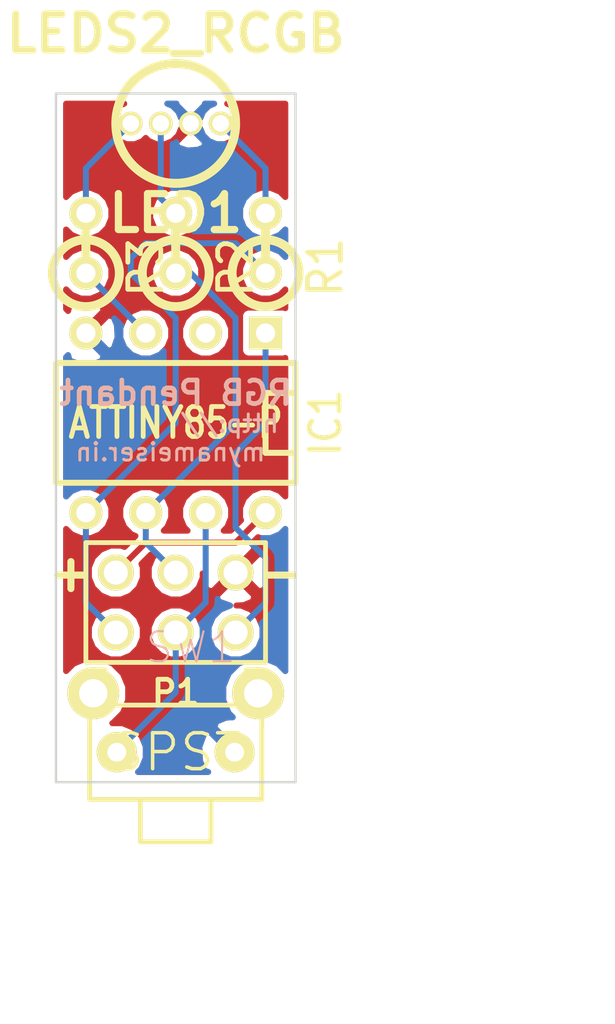
<source format=kicad_pcb>
(kicad_pcb (version 3) (host pcbnew "(2013-07-07 BZR 4022)-stable")

  (general
    (links 15)
    (no_connects 0)
    (area 41.926934 28.0416 72.440714 73.185)
    (thickness 1.6)
    (drawings 12)
    (tracks 36)
    (zones 0)
    (modules 7)
    (nets 11)
  )

  (page A3)
  (layers
    (15 F.Cu signal)
    (0 B.Cu signal)
    (16 B.Adhes user)
    (17 F.Adhes user)
    (18 B.Paste user)
    (19 F.Paste user)
    (20 B.SilkS user)
    (21 F.SilkS user)
    (22 B.Mask user)
    (23 F.Mask user)
    (24 Dwgs.User user)
    (25 Cmts.User user)
    (26 Eco1.User user)
    (27 Eco2.User user)
    (28 Edge.Cuts user)
  )

  (setup
    (last_trace_width 0.254)
    (trace_clearance 0.254)
    (zone_clearance 0.254)
    (zone_45_only no)
    (trace_min 0.254)
    (segment_width 0.2)
    (edge_width 0.1)
    (via_size 0.889)
    (via_drill 0.635)
    (via_min_size 0.889)
    (via_min_drill 0.508)
    (uvia_size 0.508)
    (uvia_drill 0.127)
    (uvias_allowed no)
    (uvia_min_size 0.508)
    (uvia_min_drill 0.127)
    (pcb_text_width 0.3)
    (pcb_text_size 1.5 1.5)
    (mod_edge_width 0.15)
    (mod_text_size 1 1)
    (mod_text_width 0.15)
    (pad_size 1.524 1.524)
    (pad_drill 1.016)
    (pad_to_mask_clearance 0)
    (aux_axis_origin 0 0)
    (visible_elements 7FFFFFFF)
    (pcbplotparams
      (layerselection 3178497)
      (usegerberextensions true)
      (excludeedgelayer true)
      (linewidth 0.150000)
      (plotframeref false)
      (viasonmask false)
      (mode 1)
      (useauxorigin false)
      (hpglpennumber 1)
      (hpglpenspeed 20)
      (hpglpendiameter 15)
      (hpglpenoverlay 2)
      (psnegative false)
      (psa4output false)
      (plotreference true)
      (plotvalue true)
      (plotothertext true)
      (plotinvisibletext false)
      (padsonsilk false)
      (subtractmaskfromsilk false)
      (outputformat 1)
      (mirror false)
      (drillshape 1)
      (scaleselection 1)
      (outputdirectory ""))
  )

  (net 0 "")
  (net 1 +3.3V)
  (net 2 /BLUE)
  (net 3 /MISO)
  (net 4 /MOSI)
  (net 5 /RESET)
  (net 6 /SCK)
  (net 7 GND)
  (net 8 N-0000010)
  (net 9 N-0000011)
  (net 10 N-000009)

  (net_class Default "This is the default net class."
    (clearance 0.254)
    (trace_width 0.254)
    (via_dia 0.889)
    (via_drill 0.635)
    (uvia_dia 0.508)
    (uvia_drill 0.127)
    (add_net "")
    (add_net +3.3V)
    (add_net /BLUE)
    (add_net /MISO)
    (add_net /MOSI)
    (add_net /RESET)
    (add_net /SCK)
    (add_net GND)
    (add_net N-0000010)
    (add_net N-0000011)
    (add_net N-000009)
  )

  (module SparkFun-Electromechanical-TACTILE-PTH-SIDE (layer F.Cu) (tedit 200000) (tstamp 54501FA2)
    (at 50.8 59.69)
    (path /544FE4C8)
    (attr virtual)
    (fp_text reference SW1 (at 0.635 -4.445) (layer B.SilkS)
      (effects (font (size 1.27 1.27) (thickness 0.0889)))
    )
    (fp_text value SPST (at 0 0) (layer F.SilkS)
      (effects (font (size 1.524 1.524) (thickness 0.15)))
    )
    (fp_line (start 1.4986 3.79984) (end -1.4986 3.79984) (layer F.SilkS) (width 0.2032))
    (fp_line (start -3.64998 1.99898) (end -3.64998 -3.49758) (layer F.SilkS) (width 0.2032))
    (fp_line (start -3.64998 -3.49758) (end -2.99974 -3.49758) (layer F.SilkS) (width 0.2032))
    (fp_line (start 2.99974 -3.49758) (end 3.64998 -3.49758) (layer F.SilkS) (width 0.2032))
    (fp_line (start 3.64998 -3.49758) (end 3.64998 1.99898) (layer F.SilkS) (width 0.2032))
    (fp_line (start -2.99974 -1.99898) (end 2.99974 -1.99898) (layer F.SilkS) (width 0.2032))
    (fp_line (start -2.99974 -1.99898) (end -2.99974 -3.49758) (layer F.SilkS) (width 0.2032))
    (fp_line (start 2.99974 -1.99898) (end 2.99974 -3.49758) (layer F.SilkS) (width 0.2032))
    (fp_line (start -3.64998 1.99898) (end -1.4986 1.99898) (layer F.SilkS) (width 0.2032))
    (fp_line (start -1.4986 1.99898) (end 1.4986 1.99898) (layer F.SilkS) (width 0.2032))
    (fp_line (start 1.4986 1.99898) (end 3.64998 1.99898) (layer F.SilkS) (width 0.2032))
    (fp_line (start 1.4986 1.99898) (end 1.4986 3.79984) (layer F.SilkS) (width 0.2032))
    (fp_line (start -1.4986 1.99898) (end -1.4986 3.79984) (layer F.SilkS) (width 0.2032))
    (fp_line (start -3.64998 -0.99822) (end -3.64998 1.99898) (layer F.SilkS) (width 0.2032))
    (fp_line (start -3.64998 1.99898) (end 3.64998 1.99898) (layer F.SilkS) (width 0.2032))
    (fp_line (start 3.64998 1.99898) (end 3.64998 -0.99822) (layer F.SilkS) (width 0.2032))
    (fp_line (start 1.99898 -1.99898) (end -1.99898 -1.99898) (layer F.SilkS) (width 0.2032))
    (pad 1 thru_hole circle (at -2.49936 0) (size 1.69926 1.69926) (drill 0.79756)
      (layers *.Cu F.Paste F.SilkS F.Mask)
      (net 6 /SCK)
    )
    (pad 2 thru_hole circle (at 2.49936 0) (size 1.69926 1.69926) (drill 0.79756)
      (layers *.Cu F.Paste F.SilkS F.Mask)
      (net 7 GND)
    )
    (pad ANCH thru_hole circle (at -3.49758 -2.49936) (size 2.19964 2.19964) (drill 1.19888)
      (layers *.Cu F.Paste F.SilkS F.Mask)
    )
    (pad ANCH thru_hole circle (at 3.49758 -2.49936) (size 2.19964 2.19964) (drill 1.19888)
      (layers *.Cu F.Paste F.SilkS F.Mask)
    )
  )

  (module R1 (layer F.Cu) (tedit 200000) (tstamp 54501FAA)
    (at 54.61 38.1 90)
    (descr "Resistance verticale")
    (tags R)
    (path /544FE2B8)
    (autoplace_cost90 10)
    (autoplace_cost180 10)
    (fp_text reference R1 (at -1.016 2.54 90) (layer F.SilkS)
      (effects (font (size 1.397 1.27) (thickness 0.2032)))
    )
    (fp_text value R (at -1.143 2.54 90) (layer F.SilkS) hide
      (effects (font (size 1.397 1.27) (thickness 0.2032)))
    )
    (fp_line (start -1.27 0) (end 1.27 0) (layer F.SilkS) (width 0.381))
    (fp_circle (center -1.27 0) (end -0.635 1.27) (layer F.SilkS) (width 0.381))
    (pad 1 thru_hole circle (at -1.27 0 90) (size 1.397 1.397) (drill 0.8128)
      (layers *.Cu *.Mask F.SilkS)
      (net 4 /MOSI)
    )
    (pad 2 thru_hole circle (at 1.27 0 90) (size 1.397 1.397) (drill 0.8128)
      (layers *.Cu *.Mask F.SilkS)
      (net 10 N-000009)
    )
    (model discret/verti_resistor.wrl
      (at (xyz 0 0 0))
      (scale (xyz 1 1 1))
      (rotate (xyz 0 0 0))
    )
  )

  (module R1 (layer F.Cu) (tedit 200000) (tstamp 54501FB2)
    (at 50.8 38.1 90)
    (descr "Resistance verticale")
    (tags R)
    (path /544FE2C7)
    (autoplace_cost90 10)
    (autoplace_cost180 10)
    (fp_text reference R2 (at -1.016 2.54 90) (layer F.SilkS)
      (effects (font (size 1.397 1.27) (thickness 0.2032)))
    )
    (fp_text value R (at -1.143 2.54 90) (layer F.SilkS) hide
      (effects (font (size 1.397 1.27) (thickness 0.2032)))
    )
    (fp_line (start -1.27 0) (end 1.27 0) (layer F.SilkS) (width 0.381))
    (fp_circle (center -1.27 0) (end -0.635 1.27) (layer F.SilkS) (width 0.381))
    (pad 1 thru_hole circle (at -1.27 0 90) (size 1.397 1.397) (drill 0.8128)
      (layers *.Cu *.Mask F.SilkS)
      (net 3 /MISO)
    )
    (pad 2 thru_hole circle (at 1.27 0 90) (size 1.397 1.397) (drill 0.8128)
      (layers *.Cu *.Mask F.SilkS)
      (net 9 N-0000011)
    )
    (model discret/verti_resistor.wrl
      (at (xyz 0 0 0))
      (scale (xyz 1 1 1))
      (rotate (xyz 0 0 0))
    )
  )

  (module R1 (layer F.Cu) (tedit 200000) (tstamp 54501FBA)
    (at 46.99 38.1 90)
    (descr "Resistance verticale")
    (tags R)
    (path /544FE2DB)
    (autoplace_cost90 10)
    (autoplace_cost180 10)
    (fp_text reference R3 (at -1.016 2.54 90) (layer F.SilkS)
      (effects (font (size 1.397 1.27) (thickness 0.2032)))
    )
    (fp_text value R (at -1.143 2.54 90) (layer F.SilkS) hide
      (effects (font (size 1.397 1.27) (thickness 0.2032)))
    )
    (fp_line (start -1.27 0) (end 1.27 0) (layer F.SilkS) (width 0.381))
    (fp_circle (center -1.27 0) (end -0.635 1.27) (layer F.SilkS) (width 0.381))
    (pad 1 thru_hole circle (at -1.27 0 90) (size 1.397 1.397) (drill 0.8128)
      (layers *.Cu *.Mask F.SilkS)
      (net 2 /BLUE)
    )
    (pad 2 thru_hole circle (at 1.27 0 90) (size 1.397 1.397) (drill 0.8128)
      (layers *.Cu *.Mask F.SilkS)
      (net 8 N-0000010)
    )
    (model discret/verti_resistor.wrl
      (at (xyz 0 0 0))
      (scale (xyz 1 1 1))
      (rotate (xyz 0 0 0))
    )
  )

  (module pin_array_3x2 (layer F.Cu) (tedit 545EDDCD) (tstamp 54501FC8)
    (at 50.8 53.34 180)
    (descr "Double rangee de contacts 2 x 4 pins")
    (tags CONN)
    (path /544FE40B)
    (fp_text reference P1 (at 0 -3.81 180) (layer F.SilkS)
      (effects (font (size 1.016 1.016) (thickness 0.2032)))
    )
    (fp_text value CONN_3X2 (at 0 3.81 180) (layer F.SilkS) hide
      (effects (font (size 1.016 1.016) (thickness 0.2032)))
    )
    (fp_line (start 3.81 2.54) (end -3.81 2.54) (layer F.SilkS) (width 0.2032))
    (fp_line (start -3.81 -2.54) (end 3.81 -2.54) (layer F.SilkS) (width 0.2032))
    (fp_line (start 3.81 -2.54) (end 3.81 2.54) (layer F.SilkS) (width 0.2032))
    (fp_line (start -3.81 2.54) (end -3.81 -2.54) (layer F.SilkS) (width 0.2032))
    (pad 1 thru_hole circle (at -2.54 1.27 180) (size 1.524 1.524) (drill 1.016)
      (layers *.Cu *.Mask F.SilkS)
      (net 7 GND)
    )
    (pad 2 thru_hole circle (at -2.54 -1.27 180) (size 1.524 1.524) (drill 1.016)
      (layers *.Cu *.Mask F.SilkS)
      (net 5 /RESET)
    )
    (pad 3 thru_hole circle (at 0 1.27 180) (size 1.524 1.524) (drill 1.016)
      (layers *.Cu *.Mask F.SilkS)
      (net 3 /MISO)
    )
    (pad 4 thru_hole circle (at 0 -1.27 180) (size 1.524 1.524) (drill 1.016)
      (layers *.Cu *.Mask F.SilkS)
      (net 6 /SCK)
    )
    (pad 5 thru_hole circle (at 2.54 1.27 180) (size 1.524 1.524) (drill 1.016)
      (layers *.Cu *.Mask F.SilkS)
      (net 1 +3.3V)
    )
    (pad 6 thru_hole circle (at 2.54 -1.27 180) (size 1.524 1.524) (drill 1.016)
      (layers *.Cu *.Mask F.SilkS)
      (net 4 /MOSI)
    )
    (model pin_array/pins_array_3x2.wrl
      (at (xyz 0 0 0))
      (scale (xyz 1 1 1))
      (rotate (xyz 0 0 0))
    )
  )

  (module LED5_RGB (layer F.Cu) (tedit 4C040376) (tstamp 54501FD1)
    (at 50.8 33.02 180)
    (path /544FE22A)
    (fp_text reference LED1 (at 0 -3.81 180) (layer F.SilkS)
      (effects (font (size 1.524 1.524) (thickness 0.3048)))
    )
    (fp_text value LEDS2_RCGB (at 0 3.81 180) (layer F.SilkS)
      (effects (font (size 1.524 1.524) (thickness 0.3048)))
    )
    (fp_circle (center 0 0) (end 2.54 0) (layer F.SilkS) (width 0.381))
    (pad 1 thru_hole circle (at -1.905 0 180) (size 1.00076 1.00076) (drill 0.70104)
      (layers *.Cu *.Mask F.SilkS)
      (net 10 N-000009)
    )
    (pad 2 thru_hole circle (at -0.635 0 180) (size 1.00076 1.00076) (drill 0.70104)
      (layers *.Cu *.Mask F.SilkS)
      (net 7 GND)
    )
    (pad 3 thru_hole circle (at 0.635 0 180) (size 1.00076 1.00076) (drill 0.70104)
      (layers *.Cu *.Mask F.SilkS)
      (net 9 N-0000011)
    )
    (pad 4 thru_hole circle (at 1.905 0 180) (size 1.00076 1.00076) (drill 0.70104)
      (layers *.Cu *.Mask F.SilkS)
      (net 8 N-0000010)
    )
    (model userlibs/libraries/packages3d/led5_RGB_vertical-short.wrl
      (at (xyz 0 0 0))
      (scale (xyz 1 1 1))
      (rotate (xyz 0 0 180))
    )
  )

  (module DIP-8__300 (layer F.Cu) (tedit 545EDCBF) (tstamp 54501FE4)
    (at 50.8 45.72 180)
    (descr "8 pins DIL package, round pads")
    (tags DIL)
    (path /544FDC2F)
    (fp_text reference IC1 (at -6.35 0 270) (layer F.SilkS)
      (effects (font (size 1.27 1.143) (thickness 0.2032)))
    )
    (fp_text value ATTINY85-P (at 0 0 180) (layer F.SilkS)
      (effects (font (size 1.27 1.016) (thickness 0.2032)))
    )
    (fp_line (start -5.08 -1.27) (end -3.81 -1.27) (layer F.SilkS) (width 0.254))
    (fp_line (start -3.81 -1.27) (end -3.81 1.27) (layer F.SilkS) (width 0.254))
    (fp_line (start -3.81 1.27) (end -5.08 1.27) (layer F.SilkS) (width 0.254))
    (fp_line (start -5.08 -2.54) (end 5.08 -2.54) (layer F.SilkS) (width 0.254))
    (fp_line (start 5.08 -2.54) (end 5.08 2.54) (layer F.SilkS) (width 0.254))
    (fp_line (start 5.08 2.54) (end -5.08 2.54) (layer F.SilkS) (width 0.254))
    (fp_line (start -5.08 2.54) (end -5.08 -2.54) (layer F.SilkS) (width 0.254))
    (pad 1 thru_hole rect (at -3.81 3.81 180) (size 1.397 1.397) (drill 0.8128)
      (layers *.Cu *.Mask F.SilkS)
      (net 5 /RESET)
    )
    (pad 2 thru_hole circle (at -1.27 3.81 180) (size 1.397 1.397) (drill 0.8128)
      (layers *.Cu *.Mask F.SilkS)
    )
    (pad 3 thru_hole circle (at 1.27 3.81 180) (size 1.397 1.397) (drill 0.8128)
      (layers *.Cu *.Mask F.SilkS)
      (net 2 /BLUE)
    )
    (pad 4 thru_hole circle (at 3.81 3.81 180) (size 1.397 1.397) (drill 0.8128)
      (layers *.Cu *.Mask F.SilkS)
      (net 7 GND)
    )
    (pad 5 thru_hole circle (at 3.81 -3.81 180) (size 1.397 1.397) (drill 0.8128)
      (layers *.Cu *.Mask F.SilkS)
      (net 4 /MOSI)
    )
    (pad 6 thru_hole circle (at 1.27 -3.81 180) (size 1.397 1.397) (drill 0.8128)
      (layers *.Cu *.Mask F.SilkS)
      (net 3 /MISO)
    )
    (pad 7 thru_hole circle (at -1.27 -3.81 180) (size 1.397 1.397) (drill 0.8128)
      (layers *.Cu *.Mask F.SilkS)
      (net 6 /SCK)
    )
    (pad 8 thru_hole circle (at -3.81 -3.81 180) (size 1.397 1.397) (drill 0.8128)
      (layers *.Cu *.Mask F.SilkS)
      (net 1 +3.3V)
    )
    (model dil/dil_8.wrl
      (at (xyz 0 0 0))
      (scale (xyz 1 1 1))
      (rotate (xyz 0 0 0))
    )
  )

  (gr_text "http://\n mynameiser.in" (at 55.245 46.355) (layer B.SilkS)
    (effects (font (size 0.75 0.75) (thickness 0.125)) (justify left mirror))
  )
  (gr_text "RGB Pendant" (at 50.8 44.45) (layer B.SilkS)
    (effects (font (size 1 1) (thickness 0.2)) (justify mirror))
  )
  (gr_text - (at 55.245 52.07) (layer F.SilkS)
    (effects (font (size 1.5 1.5) (thickness 0.3)))
  )
  (gr_text + (at 46.355 52.07) (layer F.SilkS)
    (effects (font (size 1.5 1.5) (thickness 0.3)))
  )
  (dimension 10.16 (width 0.3) (layer Dwgs.User)
    (gr_text "0.4000 in" (at 50.8 71.834999) (layer Dwgs.User)
      (effects (font (size 1.5 1.5) (thickness 0.3)))
    )
    (feature1 (pts (xy 55.88 67.945) (xy 55.88 73.184999)))
    (feature2 (pts (xy 45.72 67.945) (xy 45.72 73.184999)))
    (crossbar (pts (xy 45.72 70.484999) (xy 55.88 70.484999)))
    (arrow1a (pts (xy 55.88 70.484999) (xy 54.753497 71.071419)))
    (arrow1b (pts (xy 55.88 70.484999) (xy 54.753497 69.898579)))
    (arrow2a (pts (xy 45.72 70.484999) (xy 46.846503 71.071419)))
    (arrow2b (pts (xy 45.72 70.484999) (xy 46.846503 69.898579)))
  )
  (dimension 29.21 (width 0.3) (layer Dwgs.User)
    (gr_text "1.1500 in" (at 66.754999 46.355 270) (layer Dwgs.User)
      (effects (font (size 1.5 1.5) (thickness 0.3)))
    )
    (feature1 (pts (xy 63.5 60.96) (xy 68.104999 60.96)))
    (feature2 (pts (xy 63.5 31.75) (xy 68.104999 31.75)))
    (crossbar (pts (xy 65.404999 31.75) (xy 65.404999 60.96)))
    (arrow1a (pts (xy 65.404999 60.96) (xy 64.818579 59.833497)))
    (arrow1b (pts (xy 65.404999 60.96) (xy 65.991419 59.833497)))
    (arrow2a (pts (xy 65.404999 31.75) (xy 64.818579 32.876503)))
    (arrow2b (pts (xy 65.404999 31.75) (xy 65.991419 32.876503)))
  )
  (gr_line (start 45.72 31.75) (end 45.72 60.96) (angle 90) (layer Edge.Cuts) (width 0.1))
  (gr_line (start 55.88 31.75) (end 45.72 31.75) (angle 90) (layer Edge.Cuts) (width 0.1))
  (gr_line (start 55.88 60.96) (end 55.88 31.75) (angle 90) (layer Edge.Cuts) (width 0.1))
  (gr_line (start 45.72 60.96) (end 55.88 60.96) (angle 90) (layer Edge.Cuts) (width 0.1))
  (dimension 10.16 (width 0.3) (layer Dwgs.User)
    (gr_text "10.160 mm" (at 50.8 66.754999) (layer Dwgs.User)
      (effects (font (size 1.5 1.5) (thickness 0.3)))
    )
    (feature1 (pts (xy 45.72 63.5) (xy 45.72 68.104999)))
    (feature2 (pts (xy 55.88 63.5) (xy 55.88 68.104999)))
    (crossbar (pts (xy 55.88 65.404999) (xy 45.72 65.404999)))
    (arrow1a (pts (xy 45.72 65.404999) (xy 46.846503 64.818579)))
    (arrow1b (pts (xy 45.72 65.404999) (xy 46.846503 65.991419)))
    (arrow2a (pts (xy 55.88 65.404999) (xy 54.753497 64.818579)))
    (arrow2b (pts (xy 55.88 65.404999) (xy 54.753497 65.991419)))
  )
  (dimension 29.21 (width 0.3) (layer Dwgs.User)
    (gr_text "29.210 mm" (at 62.309999 46.355 270) (layer Dwgs.User)
      (effects (font (size 1.5 1.5) (thickness 0.3)))
    )
    (feature1 (pts (xy 58.42 60.96) (xy 63.659999 60.96)))
    (feature2 (pts (xy 58.42 31.75) (xy 63.659999 31.75)))
    (crossbar (pts (xy 60.959999 31.75) (xy 60.959999 60.96)))
    (arrow1a (pts (xy 60.959999 60.96) (xy 60.373579 59.833497)))
    (arrow1b (pts (xy 60.959999 60.96) (xy 61.546419 59.833497)))
    (arrow2a (pts (xy 60.959999 31.75) (xy 60.373579 32.876503)))
    (arrow2b (pts (xy 60.959999 31.75) (xy 61.546419 32.876503)))
  )

  (segment (start 54.61 49.53) (end 53.34 50.8) (width 0.254) (layer F.Cu) (net 1))
  (segment (start 49.53 50.8) (end 53.34 50.8) (width 0.254) (layer F.Cu) (net 1) (tstamp 545EDE15))
  (segment (start 49.53 50.8) (end 48.26 52.07) (width 0.254) (layer F.Cu) (net 1))
  (segment (start 49.53 41.91) (end 46.99 39.37) (width 0.254) (layer B.Cu) (net 2))
  (segment (start 49.53 49.53) (end 49.53 50.8) (width 0.254) (layer B.Cu) (net 3))
  (segment (start 49.53 50.8) (end 50.8 52.07) (width 0.254) (layer B.Cu) (net 3) (tstamp 545EDDFD))
  (segment (start 50.8 39.37) (end 51.435 39.37) (width 0.254) (layer B.Cu) (net 3))
  (segment (start 53.34 45.72) (end 49.53 49.53) (width 0.254) (layer B.Cu) (net 3) (tstamp 545EDDF7))
  (segment (start 53.34 41.275) (end 53.34 45.72) (width 0.254) (layer B.Cu) (net 3) (tstamp 545EDDEE))
  (segment (start 51.435 39.37) (end 53.34 41.275) (width 0.254) (layer B.Cu) (net 3) (tstamp 545EDDEA))
  (segment (start 48.26 54.61) (end 46.99 53.34) (width 0.254) (layer B.Cu) (net 4))
  (segment (start 46.99 53.34) (end 46.99 49.53) (width 0.254) (layer B.Cu) (net 4) (tstamp 545EDD12))
  (segment (start 46.99 49.53) (end 50.8 45.72) (width 0.254) (layer B.Cu) (net 4) (tstamp 545EDD13))
  (segment (start 50.8 45.72) (end 50.8 41.275) (width 0.254) (layer B.Cu) (net 4) (tstamp 545EDD14))
  (segment (start 50.8 41.275) (end 48.895 39.37) (width 0.254) (layer B.Cu) (net 4) (tstamp 545EDD1E))
  (segment (start 48.895 39.37) (end 48.895 38.735) (width 0.254) (layer B.Cu) (net 4) (tstamp 545EDD4F))
  (segment (start 48.895 38.735) (end 49.53 38.1) (width 0.254) (layer B.Cu) (net 4) (tstamp 545EDD51))
  (segment (start 49.53 38.1) (end 53.34 38.1) (width 0.254) (layer B.Cu) (net 4) (tstamp 545EDD5A))
  (segment (start 53.34 38.1) (end 54.61 39.37) (width 0.254) (layer B.Cu) (net 4) (tstamp 545EDD62))
  (segment (start 53.34 54.61) (end 54.61 53.34) (width 0.254) (layer B.Cu) (net 5))
  (segment (start 54.61 45.72) (end 54.61 41.91) (width 0.254) (layer B.Cu) (net 5) (tstamp 545EDDE4))
  (segment (start 53.34 46.99) (end 54.61 45.72) (width 0.254) (layer B.Cu) (net 5) (tstamp 545EDDDE))
  (segment (start 53.34 50.165) (end 53.34 46.99) (width 0.254) (layer B.Cu) (net 5) (tstamp 545EDDDC))
  (segment (start 54.61 51.435) (end 53.34 50.165) (width 0.254) (layer B.Cu) (net 5) (tstamp 545EDDDB))
  (segment (start 54.61 53.34) (end 54.61 51.435) (width 0.254) (layer B.Cu) (net 5) (tstamp 545EDDDA))
  (segment (start 48.30064 59.69) (end 48.30064 59.64936) (width 0.254) (layer B.Cu) (net 6))
  (segment (start 50.8 57.15) (end 50.8 54.61) (width 0.254) (layer B.Cu) (net 6) (tstamp 545EDD8E))
  (segment (start 48.30064 59.64936) (end 50.8 57.15) (width 0.254) (layer B.Cu) (net 6) (tstamp 545EDD84))
  (segment (start 50.8 54.61) (end 52.07 53.34) (width 0.254) (layer B.Cu) (net 6) (tstamp 545EDD91))
  (segment (start 52.07 53.34) (end 52.07 49.53) (width 0.254) (layer B.Cu) (net 6) (tstamp 545EDD98))
  (segment (start 46.99 36.83) (end 46.99 34.925) (width 0.254) (layer B.Cu) (net 8))
  (segment (start 46.99 34.925) (end 48.895 33.02) (width 0.254) (layer B.Cu) (net 8) (tstamp 545EDD72))
  (segment (start 50.8 36.83) (end 50.165 36.195) (width 0.254) (layer B.Cu) (net 9))
  (segment (start 50.165 36.195) (end 50.165 33.02) (width 0.254) (layer B.Cu) (net 9) (tstamp 545EDD7C))
  (segment (start 54.61 36.83) (end 54.61 34.925) (width 0.254) (layer B.Cu) (net 10))
  (segment (start 54.61 34.925) (end 52.705 33.02) (width 0.254) (layer B.Cu) (net 10) (tstamp 545EDD78))

  (zone (net 7) (net_name GND) (layer F.Cu) (tstamp 5450269F) (hatch edge 0.508)
    (connect_pads (clearance 0.254))
    (min_thickness 0.254)
    (fill (arc_segments 16) (thermal_gap 0.508) (thermal_bridge_width 0.508))
    (polygon
      (pts
        (xy 45.72 31.75) (xy 55.88 31.75) (xy 55.88 60.96) (xy 45.72 60.96)
      )
    )
    (filled_polygon
      (pts
        (xy 55.449 56.248047) (xy 55.137492 55.935995) (xy 54.749143 55.774738) (xy 54.749143 52.277696) (xy 54.72136 51.722631)
        (xy 54.562396 51.338858) (xy 54.320212 51.269393) (xy 53.519605 52.07) (xy 54.320212 52.870607) (xy 54.562396 52.801142)
        (xy 54.749143 52.277696) (xy 54.749143 55.774738) (xy 54.593425 55.710079) (xy 54.483197 55.709982) (xy 54.483197 54.383641)
        (xy 54.309553 53.963389) (xy 53.988302 53.641577) (xy 53.568354 53.4672) (xy 53.374293 53.46703) (xy 53.687369 53.45136)
        (xy 54.071142 53.292396) (xy 54.140607 53.050212) (xy 53.34 52.249605) (xy 52.539393 53.050212) (xy 52.608858 53.292396)
        (xy 53.106261 53.469852) (xy 52.693389 53.640447) (xy 52.371577 53.961698) (xy 52.1972 54.381646) (xy 52.196803 54.836359)
        (xy 52.370447 55.256611) (xy 52.691698 55.578423) (xy 53.111646 55.7528) (xy 53.566359 55.753197) (xy 53.986611 55.579553)
        (xy 54.308423 55.258302) (xy 54.4828 54.838354) (xy 54.483197 54.383641) (xy 54.483197 55.709982) (xy 54.004319 55.709564)
        (xy 53.459859 55.934531) (xy 53.042935 56.350728) (xy 52.817019 56.894795) (xy 52.816504 57.483901) (xy 53.041471 58.028361)
        (xy 53.220224 58.207427) (xy 52.937961 58.220061) (xy 52.515504 58.395048) (xy 52.435276 58.64631) (xy 53.29936 59.510395)
        (xy 53.313502 59.496252) (xy 53.493107 59.675857) (xy 53.478965 59.69) (xy 53.493107 59.704142) (xy 53.313502 59.883747)
        (xy 53.29936 59.869605) (xy 53.285217 59.883747) (xy 53.105612 59.704142) (xy 53.119755 59.69) (xy 52.25567 58.825916)
        (xy 52.004408 58.906144) (xy 51.943197 59.074895) (xy 51.943197 54.383641) (xy 51.769553 53.963389) (xy 51.448302 53.641577)
        (xy 51.028354 53.4672) (xy 50.573641 53.466803) (xy 50.153389 53.640447) (xy 49.831577 53.961698) (xy 49.6572 54.381646)
        (xy 49.656803 54.836359) (xy 49.830447 55.256611) (xy 50.151698 55.578423) (xy 50.571646 55.7528) (xy 51.026359 55.753197)
        (xy 51.446611 55.579553) (xy 51.768423 55.258302) (xy 51.9428 54.838354) (xy 51.943197 54.383641) (xy 51.943197 59.074895)
        (xy 51.803012 59.461368) (xy 51.829421 60.051399) (xy 52.004408 60.473856) (xy 52.17711 60.529) (xy 49.202068 60.529)
        (xy 49.343309 60.388006) (xy 49.531055 59.935861) (xy 49.531483 59.446287) (xy 49.403197 59.135811) (xy 49.403197 54.383641)
        (xy 49.229553 53.963389) (xy 48.908302 53.641577) (xy 48.488354 53.4672) (xy 48.033641 53.466803) (xy 47.613389 53.640447)
        (xy 47.291577 53.961698) (xy 47.1172 54.381646) (xy 47.116803 54.836359) (xy 47.290447 55.256611) (xy 47.611698 55.578423)
        (xy 48.031646 55.7528) (xy 48.486359 55.753197) (xy 48.906611 55.579553) (xy 49.228423 55.258302) (xy 49.4028 54.838354)
        (xy 49.403197 54.383641) (xy 49.403197 59.135811) (xy 49.344525 58.993815) (xy 48.998646 58.647331) (xy 48.546501 58.459585)
        (xy 48.109999 58.459203) (xy 48.140141 58.446749) (xy 48.557065 58.030552) (xy 48.782981 57.486485) (xy 48.783496 56.897379)
        (xy 48.558529 56.352919) (xy 48.142332 55.935995) (xy 47.598265 55.710079) (xy 47.009159 55.709564) (xy 46.464699 55.934531)
        (xy 46.151 56.247682) (xy 46.151 50.21751) (xy 46.377714 50.444621) (xy 46.774332 50.609312) (xy 47.203784 50.609686)
        (xy 47.600688 50.445689) (xy 47.904621 50.142286) (xy 48.069312 49.745668) (xy 48.069686 49.316216) (xy 47.905689 48.919312)
        (xy 47.744581 48.757922) (xy 47.602286 48.615379) (xy 47.205668 48.450688) (xy 46.776216 48.450314) (xy 46.379312 48.614311)
        (xy 46.151 48.842224) (xy 46.151 42.928608) (xy 46.235419 42.844188) (xy 46.297072 43.079798) (xy 46.79748 43.255924)
        (xy 47.327198 43.227146) (xy 47.682928 43.079798) (xy 47.744581 42.844186) (xy 46.99 42.089605) (xy 46.975857 42.103747)
        (xy 46.796252 41.924142) (xy 46.810395 41.91) (xy 46.796252 41.895857) (xy 46.975857 41.716252) (xy 46.99 41.730395)
        (xy 47.744581 40.975814) (xy 47.682928 40.740202) (xy 47.18252 40.564076) (xy 46.652802 40.592854) (xy 46.297072 40.740202)
        (xy 46.235419 40.975811) (xy 46.151 40.891392) (xy 46.151 40.05751) (xy 46.377714 40.284621) (xy 46.774332 40.449312)
        (xy 47.203784 40.449686) (xy 47.600688 40.285689) (xy 47.904621 39.982286) (xy 48.069312 39.585668) (xy 48.069686 39.156216)
        (xy 47.905689 38.759312) (xy 47.602286 38.455379) (xy 47.205668 38.290688) (xy 46.776216 38.290314) (xy 46.379312 38.454311)
        (xy 46.151 38.682224) (xy 46.151 37.51751) (xy 46.377714 37.744621) (xy 46.774332 37.909312) (xy 47.203784 37.909686)
        (xy 47.600688 37.745689) (xy 47.904621 37.442286) (xy 48.069312 37.045668) (xy 48.069686 36.616216) (xy 47.905689 36.219312)
        (xy 47.602286 35.915379) (xy 47.205668 35.750688) (xy 46.776216 35.750314) (xy 46.379312 35.914311) (xy 46.151 36.142224)
        (xy 46.151 32.181) (xy 48.617516 32.181) (xy 48.396391 32.272367) (xy 48.148238 32.520087) (xy 48.013774 32.843914)
        (xy 48.013468 33.194548) (xy 48.147367 33.518609) (xy 48.395087 33.766762) (xy 48.718914 33.901226) (xy 49.069548 33.901532)
        (xy 49.393609 33.767633) (xy 49.53002 33.631459) (xy 49.665087 33.766762) (xy 49.988914 33.901226) (xy 50.339548 33.901532)
        (xy 50.663609 33.767633) (xy 50.911762 33.519913) (xy 51.022734 33.25266) (xy 51.255395 33.02) (xy 51.022369 32.786974)
        (xy 50.912633 32.521391) (xy 50.664913 32.273238) (xy 50.442778 32.181) (xy 50.832629 32.181) (xy 50.824225 32.22962)
        (xy 51.435 32.840395) (xy 52.045775 32.22962) (xy 52.03737 32.181) (xy 52.427516 32.181) (xy 52.206391 32.272367)
        (xy 51.958238 32.520087) (xy 51.847265 32.787339) (xy 51.614605 33.02) (xy 51.84763 33.253025) (xy 51.957367 33.518609)
        (xy 52.205087 33.766762) (xy 52.528914 33.901226) (xy 52.879548 33.901532) (xy 53.203609 33.767633) (xy 53.451762 33.519913)
        (xy 53.586226 33.196086) (xy 53.586532 32.845452) (xy 53.452633 32.521391) (xy 53.204913 32.273238) (xy 52.982778 32.181)
        (xy 55.449 32.181) (xy 55.449 36.142489) (xy 55.222286 35.915379) (xy 54.825668 35.750688) (xy 54.396216 35.750314)
        (xy 53.999312 35.914311) (xy 53.695379 36.217714) (xy 53.530688 36.614332) (xy 53.530314 37.043784) (xy 53.694311 37.440688)
        (xy 53.997714 37.744621) (xy 54.394332 37.909312) (xy 54.823784 37.909686) (xy 55.220688 37.745689) (xy 55.449 37.517775)
        (xy 55.449 38.682489) (xy 55.222286 38.455379) (xy 54.825668 38.290688) (xy 54.396216 38.290314) (xy 53.999312 38.454311)
        (xy 53.695379 38.757714) (xy 53.530688 39.154332) (xy 53.530314 39.583784) (xy 53.694311 39.980688) (xy 53.997714 40.284621)
        (xy 54.394332 40.449312) (xy 54.823784 40.449686) (xy 55.220688 40.285689) (xy 55.449 40.057775) (xy 55.449 40.857299)
        (xy 55.384618 40.830566) (xy 55.233047 40.830434) (xy 53.836047 40.830434) (xy 53.695963 40.888316) (xy 53.588692 40.995399)
        (xy 53.530566 41.135382) (xy 53.530434 41.286953) (xy 53.530434 42.683953) (xy 53.588316 42.824037) (xy 53.695399 42.931308)
        (xy 53.835382 42.989434) (xy 53.986953 42.989566) (xy 55.383953 42.989566) (xy 55.449 42.962688) (xy 55.449 48.842489)
        (xy 55.222286 48.615379) (xy 54.825668 48.450688) (xy 54.396216 48.450314) (xy 53.999312 48.614311) (xy 53.695379 48.917714)
        (xy 53.530688 49.314332) (xy 53.530314 49.743784) (xy 53.573434 49.848145) (xy 53.12958 50.292) (xy 52.834645 50.292)
        (xy 52.984621 50.142286) (xy 53.149312 49.745668) (xy 53.149686 49.316216) (xy 53.149686 41.696216) (xy 52.985689 41.299312)
        (xy 52.682286 40.995379) (xy 52.285668 40.830688) (xy 52.045775 40.830479) (xy 52.045775 33.81038) (xy 51.435 33.199605)
        (xy 50.824225 33.81038) (xy 50.861418 34.025532) (xy 51.28988 34.168491) (xy 51.740435 34.136602) (xy 52.008582 34.025532)
        (xy 52.045775 33.81038) (xy 52.045775 40.830479) (xy 51.879686 40.830334) (xy 51.879686 39.156216) (xy 51.879686 36.616216)
        (xy 51.715689 36.219312) (xy 51.412286 35.915379) (xy 51.015668 35.750688) (xy 50.586216 35.750314) (xy 50.189312 35.914311)
        (xy 49.885379 36.217714) (xy 49.720688 36.614332) (xy 49.720314 37.043784) (xy 49.884311 37.440688) (xy 50.187714 37.744621)
        (xy 50.584332 37.909312) (xy 51.013784 37.909686) (xy 51.410688 37.745689) (xy 51.714621 37.442286) (xy 51.879312 37.045668)
        (xy 51.879686 36.616216) (xy 51.879686 39.156216) (xy 51.715689 38.759312) (xy 51.412286 38.455379) (xy 51.015668 38.290688)
        (xy 50.586216 38.290314) (xy 50.189312 38.454311) (xy 49.885379 38.757714) (xy 49.720688 39.154332) (xy 49.720314 39.583784)
        (xy 49.884311 39.980688) (xy 50.187714 40.284621) (xy 50.584332 40.449312) (xy 51.013784 40.449686) (xy 51.410688 40.285689)
        (xy 51.714621 39.982286) (xy 51.879312 39.585668) (xy 51.879686 39.156216) (xy 51.879686 40.830334) (xy 51.856216 40.830314)
        (xy 51.459312 40.994311) (xy 51.155379 41.297714) (xy 50.990688 41.694332) (xy 50.990314 42.123784) (xy 51.154311 42.520688)
        (xy 51.457714 42.824621) (xy 51.854332 42.989312) (xy 52.283784 42.989686) (xy 52.680688 42.825689) (xy 52.984621 42.522286)
        (xy 53.149312 42.125668) (xy 53.149686 41.696216) (xy 53.149686 49.316216) (xy 52.985689 48.919312) (xy 52.682286 48.615379)
        (xy 52.285668 48.450688) (xy 51.856216 48.450314) (xy 51.459312 48.614311) (xy 51.155379 48.917714) (xy 50.990688 49.314332)
        (xy 50.990314 49.743784) (xy 51.154311 50.140688) (xy 51.305359 50.292) (xy 50.294645 50.292) (xy 50.444621 50.142286)
        (xy 50.609312 49.745668) (xy 50.609686 49.316216) (xy 50.609686 41.696216) (xy 50.445689 41.299312) (xy 50.142286 40.995379)
        (xy 49.745668 40.830688) (xy 49.316216 40.830314) (xy 48.919312 40.994311) (xy 48.615379 41.297714) (xy 48.450688 41.694332)
        (xy 48.450314 42.123784) (xy 48.614311 42.520688) (xy 48.917714 42.824621) (xy 49.314332 42.989312) (xy 49.743784 42.989686)
        (xy 50.140688 42.825689) (xy 50.444621 42.522286) (xy 50.609312 42.125668) (xy 50.609686 41.696216) (xy 50.609686 49.316216)
        (xy 50.445689 48.919312) (xy 50.142286 48.615379) (xy 49.745668 48.450688) (xy 49.316216 48.450314) (xy 48.919312 48.614311)
        (xy 48.615379 48.917714) (xy 48.450688 49.314332) (xy 48.450314 49.743784) (xy 48.614311 50.140688) (xy 48.917714 50.444621)
        (xy 49.093829 50.51775) (xy 48.626865 50.984714) (xy 48.488354 50.9272) (xy 48.335924 50.927066) (xy 48.335924 42.10252)
        (xy 48.307146 41.572802) (xy 48.159798 41.217072) (xy 47.924186 41.155419) (xy 47.744581 41.335024) (xy 47.169605 41.91)
        (xy 47.924186 42.664581) (xy 48.159798 42.602928) (xy 48.335924 42.10252) (xy 48.335924 50.927066) (xy 48.033641 50.926803)
        (xy 47.613389 51.100447) (xy 47.291577 51.421698) (xy 47.1172 51.841646) (xy 47.116803 52.296359) (xy 47.290447 52.716611)
        (xy 47.611698 53.038423) (xy 48.031646 53.2128) (xy 48.486359 53.213197) (xy 48.906611 53.039553) (xy 49.228423 52.718302)
        (xy 49.4028 52.298354) (xy 49.403197 51.843641) (xy 49.345183 51.703236) (xy 49.74042 51.308) (xy 49.945473 51.308)
        (xy 49.831577 51.421698) (xy 49.6572 51.841646) (xy 49.656803 52.296359) (xy 49.830447 52.716611) (xy 50.151698 53.038423)
        (xy 50.571646 53.2128) (xy 51.026359 53.213197) (xy 51.446611 53.039553) (xy 51.768423 52.718302) (xy 51.9428 52.298354)
        (xy 51.942969 52.104293) (xy 51.95864 52.417369) (xy 52.117604 52.801142) (xy 52.359788 52.870607) (xy 53.160395 52.07)
        (xy 53.146252 52.055857) (xy 53.325857 51.876252) (xy 53.34 51.890395) (xy 54.140607 51.089788) (xy 54.071142 50.847604)
        (xy 54.026678 50.831741) (xy 54.291717 50.566702) (xy 54.394332 50.609312) (xy 54.823784 50.609686) (xy 55.220688 50.445689)
        (xy 55.449 50.217775) (xy 55.449 56.248047)
      )
    )
  )
  (zone (net 7) (net_name GND) (layer B.Cu) (tstamp 54502683) (hatch edge 0.508)
    (connect_pads (clearance 0.254))
    (min_thickness 0.254)
    (fill (arc_segments 16) (thermal_gap 0.508) (thermal_bridge_width 0.508))
    (polygon
      (pts
        (xy 45.72 60.96) (xy 55.88 60.96) (xy 55.88 31.75) (xy 45.72 31.75)
      )
    )
    (filled_polygon
      (pts
        (xy 50.292 45.509579) (xy 47.744581 48.056998) (xy 47.308282 48.493297) (xy 47.205668 48.450688) (xy 46.776216 48.450314)
        (xy 46.379312 48.614311) (xy 46.151 48.842224) (xy 46.151 42.928608) (xy 46.235419 42.844188) (xy 46.297072 43.079798)
        (xy 46.79748 43.255924) (xy 47.327198 43.227146) (xy 47.682928 43.079798) (xy 47.744581 42.844186) (xy 46.99 42.089605)
        (xy 46.975857 42.103747) (xy 46.796252 41.924142) (xy 46.810395 41.91) (xy 46.796252 41.895857) (xy 46.975857 41.716252)
        (xy 46.99 41.730395) (xy 47.004142 41.716252) (xy 47.183747 41.895857) (xy 47.169605 41.91) (xy 47.924186 42.664581)
        (xy 48.159798 42.602928) (xy 48.335924 42.10252) (xy 48.307146 41.572802) (xy 48.188892 41.287313) (xy 48.493297 41.591718)
        (xy 48.450688 41.694332) (xy 48.450314 42.123784) (xy 48.614311 42.520688) (xy 48.917714 42.824621) (xy 49.314332 42.989312)
        (xy 49.743784 42.989686) (xy 50.140688 42.825689) (xy 50.292 42.67464) (xy 50.292 45.509579)
      )
    )
    (filled_polygon
      (pts
        (xy 53.533747 52.084142) (xy 53.354142 52.263747) (xy 53.34 52.249605) (xy 53.325857 52.263747) (xy 53.146252 52.084142)
        (xy 53.160395 52.07) (xy 53.146252 52.055857) (xy 53.325857 51.876252) (xy 53.34 51.890395) (xy 53.354142 51.876252)
        (xy 53.533747 52.055857) (xy 53.519605 52.07) (xy 53.533747 52.084142)
      )
    )
    (filled_polygon
      (pts
        (xy 55.449 38.682489) (xy 55.222286 38.455379) (xy 54.825668 38.290688) (xy 54.396216 38.290314) (xy 54.291854 38.333434)
        (xy 53.69921 37.74079) (xy 53.534403 37.630669) (xy 53.34 37.592) (xy 52.045775 37.592) (xy 51.564645 37.592)
        (xy 51.714621 37.442286) (xy 51.879312 37.045668) (xy 51.879686 36.616216) (xy 51.715689 36.219312) (xy 51.412286 35.915379)
        (xy 51.015668 35.750688) (xy 50.673 35.750389) (xy 50.673 33.891608) (xy 50.708 33.926608) (xy 50.824225 33.810382)
        (xy 50.861418 34.025532) (xy 51.28988 34.168491) (xy 51.740435 34.136602) (xy 52.008582 34.025532) (xy 52.045775 33.81038)
        (xy 51.435 33.199605) (xy 51.420857 33.213747) (xy 51.241252 33.034142) (xy 51.255395 33.02) (xy 51.022369 32.786974)
        (xy 50.912633 32.521391) (xy 50.664913 32.273238) (xy 50.442778 32.181) (xy 50.832629 32.181) (xy 50.824225 32.22962)
        (xy 51.435 32.840395) (xy 52.045775 32.22962) (xy 52.03737 32.181) (xy 52.427516 32.181) (xy 52.206391 32.272367)
        (xy 51.958238 32.520087) (xy 51.847265 32.787339) (xy 51.614605 33.02) (xy 51.84763 33.253025) (xy 51.957367 33.518609)
        (xy 52.205087 33.766762) (xy 52.528914 33.901226) (xy 52.868101 33.901522) (xy 54.102 35.13542) (xy 54.102 35.871881)
        (xy 53.999312 35.914311) (xy 53.695379 36.217714) (xy 53.530688 36.614332) (xy 53.530314 37.043784) (xy 53.694311 37.440688)
        (xy 53.997714 37.744621) (xy 54.394332 37.909312) (xy 54.823784 37.909686) (xy 55.220688 37.745689) (xy 55.449 37.517775)
        (xy 55.449 38.682489)
      )
    )
    (filled_polygon
      (pts
        (xy 55.449 56.248047) (xy 55.137492 55.935995) (xy 54.593425 55.710079) (xy 54.004319 55.709564) (xy 53.459859 55.934531)
        (xy 53.042935 56.350728) (xy 52.817019 56.894795) (xy 52.816504 57.483901) (xy 53.041471 58.028361) (xy 53.220224 58.207427)
        (xy 52.937961 58.220061) (xy 52.515504 58.395048) (xy 52.435276 58.64631) (xy 53.29936 59.510395) (xy 53.313502 59.496252)
        (xy 53.493107 59.675857) (xy 53.478965 59.69) (xy 53.493107 59.704142) (xy 53.313502 59.883747) (xy 53.29936 59.869605)
        (xy 53.285217 59.883747) (xy 53.105612 59.704142) (xy 53.119755 59.69) (xy 52.25567 58.825916) (xy 52.004408 58.906144)
        (xy 51.803012 59.461368) (xy 51.829421 60.051399) (xy 52.004408 60.473856) (xy 52.17711 60.529) (xy 49.202068 60.529)
        (xy 49.343309 60.388006) (xy 49.531055 59.935861) (xy 49.531483 59.446287) (xy 49.441034 59.227385) (xy 51.15921 57.509211)
        (xy 51.15921 57.50921) (xy 51.23279 57.39909) (xy 51.26933 57.344404) (xy 51.269331 57.344403) (xy 51.307999 57.150001)
        (xy 51.308 57.15) (xy 51.308 55.636825) (xy 51.446611 55.579553) (xy 51.768423 55.258302) (xy 51.9428 54.838354)
        (xy 51.943197 54.383641) (xy 51.885183 54.243236) (xy 52.42921 53.69921) (xy 52.539331 53.534404) (xy 52.539331 53.534403)
        (xy 52.545746 53.50215) (xy 52.577999 53.34) (xy 52.578 53.34) (xy 52.578 53.184812) (xy 52.608858 53.292396)
        (xy 53.106261 53.469852) (xy 52.693389 53.640447) (xy 52.371577 53.961698) (xy 52.1972 54.381646) (xy 52.196803 54.836359)
        (xy 52.370447 55.256611) (xy 52.691698 55.578423) (xy 53.111646 55.7528) (xy 53.566359 55.753197) (xy 53.986611 55.579553)
        (xy 54.308423 55.258302) (xy 54.4828 54.838354) (xy 54.483197 54.383641) (xy 54.425183 54.243236) (xy 54.96921 53.69921)
        (xy 55.079331 53.534404) (xy 55.079331 53.534403) (xy 55.085746 53.50215) (xy 55.117999 53.34) (xy 55.118 53.34)
        (xy 55.118 51.435) (xy 55.085746 51.272849) (xy 55.079331 51.240597) (xy 55.079331 51.240596) (xy 54.96921 51.07579)
        (xy 54.502826 50.609406) (xy 54.823784 50.609686) (xy 55.220688 50.445689) (xy 55.449 50.217775) (xy 55.449 56.248047)
      )
    )
  )
)

</source>
